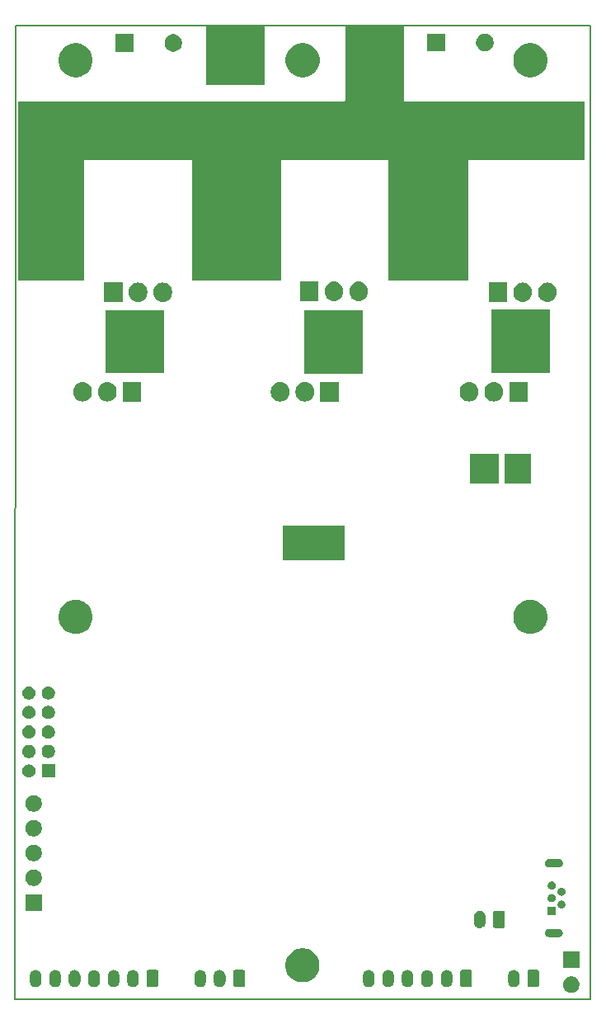
<source format=gbr>
G04 #@! TF.GenerationSoftware,KiCad,Pcbnew,(5.1.5)-3*
G04 #@! TF.CreationDate,2020-04-08T13:55:36-05:00*
G04 #@! TF.ProjectId,Cheap FOCer 2 60mm,43686561-7020-4464-9f43-657220322036,1*
G04 #@! TF.SameCoordinates,PX6979f40PYa1135a0*
G04 #@! TF.FileFunction,Soldermask,Bot*
G04 #@! TF.FilePolarity,Negative*
%FSLAX46Y46*%
G04 Gerber Fmt 4.6, Leading zero omitted, Abs format (unit mm)*
G04 Created by KiCad (PCBNEW (5.1.5)-3) date 2020-04-08 13:55:36*
%MOMM*%
%LPD*%
G04 APERTURE LIST*
%ADD10C,0.150000*%
G04 APERTURE END LIST*
D10*
X59100000Y99900000D02*
X25000Y99900000D01*
X0Y0D02*
X59100000Y0D01*
X25000Y99900000D02*
X0Y0D01*
X59100000Y0D02*
X59100000Y99900000D01*
G36*
X57347935Y2277336D02*
G01*
X57502624Y2213261D01*
X57502626Y2213260D01*
X57641844Y2120238D01*
X57760238Y2001844D01*
X57828842Y1899170D01*
X57853261Y1862624D01*
X57917336Y1707935D01*
X57950000Y1543719D01*
X57950000Y1376281D01*
X57917336Y1212065D01*
X57853261Y1057376D01*
X57853260Y1057374D01*
X57760238Y918156D01*
X57641844Y799762D01*
X57502626Y706740D01*
X57502625Y706739D01*
X57502624Y706739D01*
X57347935Y642664D01*
X57183719Y610000D01*
X57016281Y610000D01*
X56852065Y642664D01*
X56697376Y706739D01*
X56697375Y706739D01*
X56697374Y706740D01*
X56558156Y799762D01*
X56439762Y918156D01*
X56346740Y1057374D01*
X56346739Y1057376D01*
X56282664Y1212065D01*
X56250000Y1376281D01*
X56250000Y1543719D01*
X56282664Y1707935D01*
X56346739Y1862624D01*
X56371158Y1899170D01*
X56439762Y2001844D01*
X56558156Y2120238D01*
X56697374Y2213260D01*
X56697376Y2213261D01*
X56852065Y2277336D01*
X57016281Y2310000D01*
X57183719Y2310000D01*
X57347935Y2277336D01*
G37*
G36*
X2217621Y2966318D02*
G01*
X2330721Y2932010D01*
X2434955Y2876296D01*
X2526317Y2801317D01*
X2601296Y2709955D01*
X2657010Y2605721D01*
X2691318Y2492621D01*
X2700000Y2404474D01*
X2700000Y1795526D01*
X2691318Y1707379D01*
X2657010Y1594279D01*
X2601296Y1490045D01*
X2526317Y1398683D01*
X2434954Y1323704D01*
X2330720Y1267990D01*
X2217620Y1233682D01*
X2100000Y1222097D01*
X1982379Y1233682D01*
X1869279Y1267990D01*
X1765045Y1323704D01*
X1673683Y1398683D01*
X1598704Y1490046D01*
X1542990Y1594280D01*
X1508682Y1707380D01*
X1500000Y1795527D01*
X1500000Y2404474D01*
X1508682Y2492621D01*
X1542990Y2605721D01*
X1598705Y2709955D01*
X1673684Y2801317D01*
X1765046Y2876296D01*
X1869280Y2932010D01*
X1982380Y2966318D01*
X2100000Y2977903D01*
X2217621Y2966318D01*
G37*
G36*
X51317621Y2966318D02*
G01*
X51430721Y2932010D01*
X51534955Y2876296D01*
X51626317Y2801317D01*
X51701296Y2709955D01*
X51757010Y2605721D01*
X51791318Y2492621D01*
X51800000Y2404474D01*
X51800000Y1795526D01*
X51791318Y1707379D01*
X51757010Y1594279D01*
X51701296Y1490045D01*
X51626317Y1398683D01*
X51534954Y1323704D01*
X51430720Y1267990D01*
X51317620Y1233682D01*
X51200000Y1222097D01*
X51082379Y1233682D01*
X50969279Y1267990D01*
X50865045Y1323704D01*
X50773683Y1398683D01*
X50698704Y1490046D01*
X50642990Y1594280D01*
X50608682Y1707380D01*
X50600000Y1795527D01*
X50600000Y2404474D01*
X50608682Y2492621D01*
X50642990Y2605721D01*
X50698705Y2709955D01*
X50773684Y2801317D01*
X50865046Y2876296D01*
X50969280Y2932010D01*
X51082380Y2966318D01*
X51200000Y2977903D01*
X51317621Y2966318D01*
G37*
G36*
X36417621Y2966318D02*
G01*
X36530721Y2932010D01*
X36634955Y2876296D01*
X36726317Y2801317D01*
X36801296Y2709955D01*
X36857010Y2605721D01*
X36891318Y2492621D01*
X36900000Y2404474D01*
X36900000Y1795526D01*
X36891318Y1707379D01*
X36857010Y1594279D01*
X36801296Y1490045D01*
X36726317Y1398683D01*
X36634954Y1323704D01*
X36530720Y1267990D01*
X36417620Y1233682D01*
X36300000Y1222097D01*
X36182379Y1233682D01*
X36069279Y1267990D01*
X35965045Y1323704D01*
X35873683Y1398683D01*
X35798704Y1490046D01*
X35742990Y1594280D01*
X35708682Y1707380D01*
X35700000Y1795527D01*
X35700000Y2404474D01*
X35708682Y2492621D01*
X35742990Y2605721D01*
X35798705Y2709955D01*
X35873684Y2801317D01*
X35965046Y2876296D01*
X36069280Y2932010D01*
X36182380Y2966318D01*
X36300000Y2977903D01*
X36417621Y2966318D01*
G37*
G36*
X38417621Y2966318D02*
G01*
X38530721Y2932010D01*
X38634955Y2876296D01*
X38726317Y2801317D01*
X38801296Y2709955D01*
X38857010Y2605721D01*
X38891318Y2492621D01*
X38900000Y2404474D01*
X38900000Y1795526D01*
X38891318Y1707379D01*
X38857010Y1594279D01*
X38801296Y1490045D01*
X38726317Y1398683D01*
X38634954Y1323704D01*
X38530720Y1267990D01*
X38417620Y1233682D01*
X38300000Y1222097D01*
X38182379Y1233682D01*
X38069279Y1267990D01*
X37965045Y1323704D01*
X37873683Y1398683D01*
X37798704Y1490046D01*
X37742990Y1594280D01*
X37708682Y1707380D01*
X37700000Y1795527D01*
X37700000Y2404474D01*
X37708682Y2492621D01*
X37742990Y2605721D01*
X37798705Y2709955D01*
X37873684Y2801317D01*
X37965046Y2876296D01*
X38069280Y2932010D01*
X38182380Y2966318D01*
X38300000Y2977903D01*
X38417621Y2966318D01*
G37*
G36*
X40417621Y2966318D02*
G01*
X40530721Y2932010D01*
X40634955Y2876296D01*
X40726317Y2801317D01*
X40801296Y2709955D01*
X40857010Y2605721D01*
X40891318Y2492621D01*
X40900000Y2404474D01*
X40900000Y1795526D01*
X40891318Y1707379D01*
X40857010Y1594279D01*
X40801296Y1490045D01*
X40726317Y1398683D01*
X40634954Y1323704D01*
X40530720Y1267990D01*
X40417620Y1233682D01*
X40300000Y1222097D01*
X40182379Y1233682D01*
X40069279Y1267990D01*
X39965045Y1323704D01*
X39873683Y1398683D01*
X39798704Y1490046D01*
X39742990Y1594280D01*
X39708682Y1707380D01*
X39700000Y1795527D01*
X39700000Y2404474D01*
X39708682Y2492621D01*
X39742990Y2605721D01*
X39798705Y2709955D01*
X39873684Y2801317D01*
X39965046Y2876296D01*
X40069280Y2932010D01*
X40182380Y2966318D01*
X40300000Y2977903D01*
X40417621Y2966318D01*
G37*
G36*
X42417621Y2966318D02*
G01*
X42530721Y2932010D01*
X42634955Y2876296D01*
X42726317Y2801317D01*
X42801296Y2709955D01*
X42857010Y2605721D01*
X42891318Y2492621D01*
X42900000Y2404474D01*
X42900000Y1795526D01*
X42891318Y1707379D01*
X42857010Y1594279D01*
X42801296Y1490045D01*
X42726317Y1398683D01*
X42634954Y1323704D01*
X42530720Y1267990D01*
X42417620Y1233682D01*
X42300000Y1222097D01*
X42182379Y1233682D01*
X42069279Y1267990D01*
X41965045Y1323704D01*
X41873683Y1398683D01*
X41798704Y1490046D01*
X41742990Y1594280D01*
X41708682Y1707380D01*
X41700000Y1795527D01*
X41700000Y2404474D01*
X41708682Y2492621D01*
X41742990Y2605721D01*
X41798705Y2709955D01*
X41873684Y2801317D01*
X41965046Y2876296D01*
X42069280Y2932010D01*
X42182380Y2966318D01*
X42300000Y2977903D01*
X42417621Y2966318D01*
G37*
G36*
X44417621Y2966318D02*
G01*
X44530721Y2932010D01*
X44634955Y2876296D01*
X44726317Y2801317D01*
X44801296Y2709955D01*
X44857010Y2605721D01*
X44891318Y2492621D01*
X44900000Y2404474D01*
X44900000Y1795526D01*
X44891318Y1707379D01*
X44857010Y1594279D01*
X44801296Y1490045D01*
X44726317Y1398683D01*
X44634954Y1323704D01*
X44530720Y1267990D01*
X44417620Y1233682D01*
X44300000Y1222097D01*
X44182379Y1233682D01*
X44069279Y1267990D01*
X43965045Y1323704D01*
X43873683Y1398683D01*
X43798704Y1490046D01*
X43742990Y1594280D01*
X43708682Y1707380D01*
X43700000Y1795527D01*
X43700000Y2404474D01*
X43708682Y2492621D01*
X43742990Y2605721D01*
X43798705Y2709955D01*
X43873684Y2801317D01*
X43965046Y2876296D01*
X44069280Y2932010D01*
X44182380Y2966318D01*
X44300000Y2977903D01*
X44417621Y2966318D01*
G37*
G36*
X19117621Y2966318D02*
G01*
X19230721Y2932010D01*
X19334955Y2876296D01*
X19426317Y2801317D01*
X19501296Y2709955D01*
X19557010Y2605721D01*
X19591318Y2492621D01*
X19600000Y2404474D01*
X19600000Y1795526D01*
X19591318Y1707379D01*
X19557010Y1594279D01*
X19501296Y1490045D01*
X19426317Y1398683D01*
X19334954Y1323704D01*
X19230720Y1267990D01*
X19117620Y1233682D01*
X19000000Y1222097D01*
X18882379Y1233682D01*
X18769279Y1267990D01*
X18665045Y1323704D01*
X18573683Y1398683D01*
X18498704Y1490046D01*
X18442990Y1594280D01*
X18408682Y1707380D01*
X18400000Y1795527D01*
X18400000Y2404474D01*
X18408682Y2492621D01*
X18442990Y2605721D01*
X18498705Y2709955D01*
X18573684Y2801317D01*
X18665046Y2876296D01*
X18769280Y2932010D01*
X18882380Y2966318D01*
X19000000Y2977903D01*
X19117621Y2966318D01*
G37*
G36*
X21117621Y2966318D02*
G01*
X21230721Y2932010D01*
X21334955Y2876296D01*
X21426317Y2801317D01*
X21501296Y2709955D01*
X21557010Y2605721D01*
X21591318Y2492621D01*
X21600000Y2404474D01*
X21600000Y1795526D01*
X21591318Y1707379D01*
X21557010Y1594279D01*
X21501296Y1490045D01*
X21426317Y1398683D01*
X21334954Y1323704D01*
X21230720Y1267990D01*
X21117620Y1233682D01*
X21000000Y1222097D01*
X20882379Y1233682D01*
X20769279Y1267990D01*
X20665045Y1323704D01*
X20573683Y1398683D01*
X20498704Y1490046D01*
X20442990Y1594280D01*
X20408682Y1707380D01*
X20400000Y1795527D01*
X20400000Y2404474D01*
X20408682Y2492621D01*
X20442990Y2605721D01*
X20498705Y2709955D01*
X20573684Y2801317D01*
X20665046Y2876296D01*
X20769280Y2932010D01*
X20882380Y2966318D01*
X21000000Y2977903D01*
X21117621Y2966318D01*
G37*
G36*
X4217621Y2966318D02*
G01*
X4330721Y2932010D01*
X4434955Y2876296D01*
X4526317Y2801317D01*
X4601296Y2709955D01*
X4657010Y2605721D01*
X4691318Y2492621D01*
X4700000Y2404474D01*
X4700000Y1795526D01*
X4691318Y1707379D01*
X4657010Y1594279D01*
X4601296Y1490045D01*
X4526317Y1398683D01*
X4434954Y1323704D01*
X4330720Y1267990D01*
X4217620Y1233682D01*
X4100000Y1222097D01*
X3982379Y1233682D01*
X3869279Y1267990D01*
X3765045Y1323704D01*
X3673683Y1398683D01*
X3598704Y1490046D01*
X3542990Y1594280D01*
X3508682Y1707380D01*
X3500000Y1795527D01*
X3500000Y2404474D01*
X3508682Y2492621D01*
X3542990Y2605721D01*
X3598705Y2709955D01*
X3673684Y2801317D01*
X3765046Y2876296D01*
X3869280Y2932010D01*
X3982380Y2966318D01*
X4100000Y2977903D01*
X4217621Y2966318D01*
G37*
G36*
X6217621Y2966318D02*
G01*
X6330721Y2932010D01*
X6434955Y2876296D01*
X6526317Y2801317D01*
X6601296Y2709955D01*
X6657010Y2605721D01*
X6691318Y2492621D01*
X6700000Y2404474D01*
X6700000Y1795526D01*
X6691318Y1707379D01*
X6657010Y1594279D01*
X6601296Y1490045D01*
X6526317Y1398683D01*
X6434954Y1323704D01*
X6330720Y1267990D01*
X6217620Y1233682D01*
X6100000Y1222097D01*
X5982379Y1233682D01*
X5869279Y1267990D01*
X5765045Y1323704D01*
X5673683Y1398683D01*
X5598704Y1490046D01*
X5542990Y1594280D01*
X5508682Y1707380D01*
X5500000Y1795527D01*
X5500000Y2404474D01*
X5508682Y2492621D01*
X5542990Y2605721D01*
X5598705Y2709955D01*
X5673684Y2801317D01*
X5765046Y2876296D01*
X5869280Y2932010D01*
X5982380Y2966318D01*
X6100000Y2977903D01*
X6217621Y2966318D01*
G37*
G36*
X8217621Y2966318D02*
G01*
X8330721Y2932010D01*
X8434955Y2876296D01*
X8526317Y2801317D01*
X8601296Y2709955D01*
X8657010Y2605721D01*
X8691318Y2492621D01*
X8700000Y2404474D01*
X8700000Y1795526D01*
X8691318Y1707379D01*
X8657010Y1594279D01*
X8601296Y1490045D01*
X8526317Y1398683D01*
X8434954Y1323704D01*
X8330720Y1267990D01*
X8217620Y1233682D01*
X8100000Y1222097D01*
X7982379Y1233682D01*
X7869279Y1267990D01*
X7765045Y1323704D01*
X7673683Y1398683D01*
X7598704Y1490046D01*
X7542990Y1594280D01*
X7508682Y1707380D01*
X7500000Y1795527D01*
X7500000Y2404474D01*
X7508682Y2492621D01*
X7542990Y2605721D01*
X7598705Y2709955D01*
X7673684Y2801317D01*
X7765046Y2876296D01*
X7869280Y2932010D01*
X7982380Y2966318D01*
X8100000Y2977903D01*
X8217621Y2966318D01*
G37*
G36*
X10217621Y2966318D02*
G01*
X10330721Y2932010D01*
X10434955Y2876296D01*
X10526317Y2801317D01*
X10601296Y2709955D01*
X10657010Y2605721D01*
X10691318Y2492621D01*
X10700000Y2404474D01*
X10700000Y1795526D01*
X10691318Y1707379D01*
X10657010Y1594279D01*
X10601296Y1490045D01*
X10526317Y1398683D01*
X10434954Y1323704D01*
X10330720Y1267990D01*
X10217620Y1233682D01*
X10100000Y1222097D01*
X9982379Y1233682D01*
X9869279Y1267990D01*
X9765045Y1323704D01*
X9673683Y1398683D01*
X9598704Y1490046D01*
X9542990Y1594280D01*
X9508682Y1707380D01*
X9500000Y1795527D01*
X9500000Y2404474D01*
X9508682Y2492621D01*
X9542990Y2605721D01*
X9598705Y2709955D01*
X9673684Y2801317D01*
X9765046Y2876296D01*
X9869280Y2932010D01*
X9982380Y2966318D01*
X10100000Y2977903D01*
X10217621Y2966318D01*
G37*
G36*
X12217621Y2966318D02*
G01*
X12330721Y2932010D01*
X12434955Y2876296D01*
X12526317Y2801317D01*
X12601296Y2709955D01*
X12657010Y2605721D01*
X12691318Y2492621D01*
X12700000Y2404474D01*
X12700000Y1795526D01*
X12691318Y1707379D01*
X12657010Y1594279D01*
X12601296Y1490045D01*
X12526317Y1398683D01*
X12434954Y1323704D01*
X12330720Y1267990D01*
X12217620Y1233682D01*
X12100000Y1222097D01*
X11982379Y1233682D01*
X11869279Y1267990D01*
X11765045Y1323704D01*
X11673683Y1398683D01*
X11598704Y1490046D01*
X11542990Y1594280D01*
X11508682Y1707380D01*
X11500000Y1795527D01*
X11500000Y2404474D01*
X11508682Y2492621D01*
X11542990Y2605721D01*
X11598705Y2709955D01*
X11673684Y2801317D01*
X11765046Y2876296D01*
X11869280Y2932010D01*
X11982380Y2966318D01*
X12100000Y2977903D01*
X12217621Y2966318D01*
G37*
G36*
X23457345Y2971005D02*
G01*
X23490451Y2960962D01*
X23520964Y2944653D01*
X23547706Y2922706D01*
X23569653Y2895964D01*
X23585962Y2865451D01*
X23596005Y2832345D01*
X23600000Y2791779D01*
X23600000Y1408221D01*
X23596005Y1367655D01*
X23585962Y1334549D01*
X23569653Y1304036D01*
X23547706Y1277294D01*
X23520964Y1255347D01*
X23490451Y1239038D01*
X23457345Y1228995D01*
X23416779Y1225000D01*
X22583221Y1225000D01*
X22542655Y1228995D01*
X22509549Y1239038D01*
X22479036Y1255347D01*
X22452294Y1277294D01*
X22430347Y1304036D01*
X22414038Y1334549D01*
X22403995Y1367655D01*
X22400000Y1408221D01*
X22400000Y2791779D01*
X22403995Y2832345D01*
X22414038Y2865451D01*
X22430347Y2895964D01*
X22452294Y2922706D01*
X22479036Y2944653D01*
X22509549Y2960962D01*
X22542655Y2971005D01*
X22583221Y2975000D01*
X23416779Y2975000D01*
X23457345Y2971005D01*
G37*
G36*
X14557345Y2971005D02*
G01*
X14590451Y2960962D01*
X14620964Y2944653D01*
X14647706Y2922706D01*
X14669653Y2895964D01*
X14685962Y2865451D01*
X14696005Y2832345D01*
X14700000Y2791779D01*
X14700000Y1408221D01*
X14696005Y1367655D01*
X14685962Y1334549D01*
X14669653Y1304036D01*
X14647706Y1277294D01*
X14620964Y1255347D01*
X14590451Y1239038D01*
X14557345Y1228995D01*
X14516779Y1225000D01*
X13683221Y1225000D01*
X13642655Y1228995D01*
X13609549Y1239038D01*
X13579036Y1255347D01*
X13552294Y1277294D01*
X13530347Y1304036D01*
X13514038Y1334549D01*
X13503995Y1367655D01*
X13500000Y1408221D01*
X13500000Y2791779D01*
X13503995Y2832345D01*
X13514038Y2865451D01*
X13530347Y2895964D01*
X13552294Y2922706D01*
X13579036Y2944653D01*
X13609549Y2960962D01*
X13642655Y2971005D01*
X13683221Y2975000D01*
X14516779Y2975000D01*
X14557345Y2971005D01*
G37*
G36*
X46757345Y2971005D02*
G01*
X46790451Y2960962D01*
X46820964Y2944653D01*
X46847706Y2922706D01*
X46869653Y2895964D01*
X46885962Y2865451D01*
X46896005Y2832345D01*
X46900000Y2791779D01*
X46900000Y1408221D01*
X46896005Y1367655D01*
X46885962Y1334549D01*
X46869653Y1304036D01*
X46847706Y1277294D01*
X46820964Y1255347D01*
X46790451Y1239038D01*
X46757345Y1228995D01*
X46716779Y1225000D01*
X45883221Y1225000D01*
X45842655Y1228995D01*
X45809549Y1239038D01*
X45779036Y1255347D01*
X45752294Y1277294D01*
X45730347Y1304036D01*
X45714038Y1334549D01*
X45703995Y1367655D01*
X45700000Y1408221D01*
X45700000Y2791779D01*
X45703995Y2832345D01*
X45714038Y2865451D01*
X45730347Y2895964D01*
X45752294Y2922706D01*
X45779036Y2944653D01*
X45809549Y2960962D01*
X45842655Y2971005D01*
X45883221Y2975000D01*
X46716779Y2975000D01*
X46757345Y2971005D01*
G37*
G36*
X53657345Y2971005D02*
G01*
X53690451Y2960962D01*
X53720964Y2944653D01*
X53747706Y2922706D01*
X53769653Y2895964D01*
X53785962Y2865451D01*
X53796005Y2832345D01*
X53800000Y2791779D01*
X53800000Y1408221D01*
X53796005Y1367655D01*
X53785962Y1334549D01*
X53769653Y1304036D01*
X53747706Y1277294D01*
X53720964Y1255347D01*
X53690451Y1239038D01*
X53657345Y1228995D01*
X53616779Y1225000D01*
X52783221Y1225000D01*
X52742655Y1228995D01*
X52709549Y1239038D01*
X52679036Y1255347D01*
X52652294Y1277294D01*
X52630347Y1304036D01*
X52614038Y1334549D01*
X52603995Y1367655D01*
X52600000Y1408221D01*
X52600000Y2791779D01*
X52603995Y2832345D01*
X52614038Y2865451D01*
X52630347Y2895964D01*
X52652294Y2922706D01*
X52679036Y2944653D01*
X52709549Y2960962D01*
X52742655Y2971005D01*
X52783221Y2975000D01*
X53616779Y2975000D01*
X53657345Y2971005D01*
G37*
G36*
X29841408Y5166374D02*
G01*
X30010456Y5132749D01*
X30328936Y5000830D01*
X30615560Y4809314D01*
X30859314Y4565560D01*
X31050830Y4278936D01*
X31182749Y3960456D01*
X31250000Y3622360D01*
X31250000Y3277640D01*
X31182749Y2939544D01*
X31050830Y2621064D01*
X30859314Y2334440D01*
X30615560Y2090686D01*
X30328936Y1899170D01*
X30010456Y1767251D01*
X29841408Y1733626D01*
X29672361Y1700000D01*
X29327639Y1700000D01*
X29158592Y1733626D01*
X28989544Y1767251D01*
X28671064Y1899170D01*
X28384440Y2090686D01*
X28140686Y2334440D01*
X27949170Y2621064D01*
X27817251Y2939544D01*
X27750000Y3277640D01*
X27750000Y3622360D01*
X27817251Y3960456D01*
X27949170Y4278936D01*
X28140686Y4565560D01*
X28384440Y4809314D01*
X28671064Y5000830D01*
X28989544Y5132749D01*
X29158592Y5166374D01*
X29327639Y5200000D01*
X29672361Y5200000D01*
X29841408Y5166374D01*
G37*
G36*
X57950000Y3150000D02*
G01*
X56250000Y3150000D01*
X56250000Y4850000D01*
X57950000Y4850000D01*
X57950000Y3150000D01*
G37*
G36*
X55903316Y7193851D02*
G01*
X55983427Y7169549D01*
X56052492Y7132632D01*
X56057260Y7130084D01*
X56074117Y7116250D01*
X56121975Y7076975D01*
X56161250Y7029117D01*
X56175084Y7012260D01*
X56175085Y7012258D01*
X56214549Y6938427D01*
X56238851Y6858316D01*
X56247056Y6775000D01*
X56238851Y6691684D01*
X56214549Y6611573D01*
X56177632Y6542508D01*
X56175084Y6537740D01*
X56161250Y6520883D01*
X56121975Y6473025D01*
X56074117Y6433750D01*
X56057260Y6419916D01*
X56057258Y6419915D01*
X55983427Y6380451D01*
X55903316Y6356149D01*
X55840878Y6350000D01*
X54799122Y6350000D01*
X54736684Y6356149D01*
X54656573Y6380451D01*
X54582742Y6419915D01*
X54582740Y6419916D01*
X54565883Y6433750D01*
X54518025Y6473025D01*
X54478750Y6520883D01*
X54464916Y6537740D01*
X54462368Y6542508D01*
X54425451Y6611573D01*
X54401149Y6691684D01*
X54392944Y6775000D01*
X54401149Y6858316D01*
X54425451Y6938427D01*
X54464915Y7012258D01*
X54464916Y7012260D01*
X54478750Y7029117D01*
X54518025Y7076975D01*
X54565883Y7116250D01*
X54582740Y7130084D01*
X54587508Y7132632D01*
X54656573Y7169549D01*
X54736684Y7193851D01*
X54799122Y7200000D01*
X55840878Y7200000D01*
X55903316Y7193851D01*
G37*
G36*
X47817621Y9016318D02*
G01*
X47930721Y8982010D01*
X48034955Y8926296D01*
X48126317Y8851317D01*
X48201296Y8759955D01*
X48257010Y8655721D01*
X48291318Y8542621D01*
X48300000Y8454474D01*
X48300000Y7845526D01*
X48291318Y7757379D01*
X48257010Y7644279D01*
X48201296Y7540045D01*
X48126317Y7448683D01*
X48034954Y7373704D01*
X47930720Y7317990D01*
X47817620Y7283682D01*
X47700000Y7272097D01*
X47582379Y7283682D01*
X47469279Y7317990D01*
X47365045Y7373704D01*
X47273683Y7448683D01*
X47198704Y7540046D01*
X47142990Y7644280D01*
X47108682Y7757380D01*
X47100000Y7845527D01*
X47100000Y8454474D01*
X47108682Y8542621D01*
X47142990Y8655721D01*
X47198705Y8759955D01*
X47273684Y8851317D01*
X47365046Y8926296D01*
X47469280Y8982010D01*
X47582380Y9016318D01*
X47700000Y9027903D01*
X47817621Y9016318D01*
G37*
G36*
X50157345Y9021005D02*
G01*
X50190451Y9010962D01*
X50220964Y8994653D01*
X50247706Y8972706D01*
X50269653Y8945964D01*
X50285962Y8915451D01*
X50296005Y8882345D01*
X50300000Y8841779D01*
X50300000Y7458221D01*
X50296005Y7417655D01*
X50285962Y7384549D01*
X50269653Y7354036D01*
X50247706Y7327294D01*
X50220964Y7305347D01*
X50190451Y7289038D01*
X50157345Y7278995D01*
X50116779Y7275000D01*
X49283221Y7275000D01*
X49242655Y7278995D01*
X49209549Y7289038D01*
X49179036Y7305347D01*
X49152294Y7327294D01*
X49130347Y7354036D01*
X49114038Y7384549D01*
X49103995Y7417655D01*
X49100000Y7458221D01*
X49100000Y8841779D01*
X49103995Y8882345D01*
X49114038Y8915451D01*
X49130347Y8945964D01*
X49152294Y8972706D01*
X49179036Y8994653D01*
X49209549Y9010962D01*
X49242655Y9021005D01*
X49283221Y9025000D01*
X50116779Y9025000D01*
X50157345Y9021005D01*
G37*
G36*
X55541066Y9469431D02*
G01*
X55529515Y9447820D01*
X55522402Y9424371D01*
X55520000Y9399985D01*
X55520000Y8630000D01*
X54680000Y8630000D01*
X54680000Y9470000D01*
X55541533Y9470000D01*
X55541066Y9469431D01*
G37*
G36*
X2750000Y9050000D02*
G01*
X1050000Y9050000D01*
X1050000Y10750000D01*
X2750000Y10750000D01*
X2750000Y9050000D01*
G37*
G36*
X56222509Y10103860D02*
G01*
X56298943Y10072200D01*
X56298945Y10072199D01*
X56333573Y10049061D01*
X56367733Y10026236D01*
X56426236Y9967733D01*
X56472200Y9898943D01*
X56503860Y9822509D01*
X56520000Y9741368D01*
X56520000Y9658632D01*
X56503860Y9577491D01*
X56473385Y9503918D01*
X56472199Y9501055D01*
X56426235Y9432266D01*
X56367734Y9373765D01*
X56298945Y9327801D01*
X56298944Y9327800D01*
X56298943Y9327800D01*
X56222509Y9296140D01*
X56141368Y9280000D01*
X56058632Y9280000D01*
X55977491Y9296140D01*
X55901057Y9327800D01*
X55901056Y9327800D01*
X55901055Y9327801D01*
X55832266Y9373765D01*
X55773765Y9432266D01*
X55748931Y9469432D01*
X55733387Y9488373D01*
X55714445Y9503918D01*
X55692834Y9515469D01*
X55669385Y9522582D01*
X55666905Y9522826D01*
X55669143Y9525553D01*
X55680694Y9547164D01*
X55687807Y9570613D01*
X55690209Y9594999D01*
X55687807Y9619386D01*
X55680000Y9658634D01*
X55680000Y9741368D01*
X55696140Y9822509D01*
X55727800Y9898943D01*
X55773764Y9967733D01*
X55832267Y10026236D01*
X55866427Y10049061D01*
X55901055Y10072199D01*
X55901057Y10072200D01*
X55977491Y10103860D01*
X56058632Y10120000D01*
X56141368Y10120000D01*
X56222509Y10103860D01*
G37*
G36*
X55222509Y10753860D02*
G01*
X55298943Y10722200D01*
X55298945Y10722199D01*
X55333573Y10699061D01*
X55367733Y10676236D01*
X55426236Y10617733D01*
X55472200Y10548943D01*
X55503860Y10472509D01*
X55520000Y10391368D01*
X55520000Y10308632D01*
X55503860Y10227491D01*
X55472200Y10151057D01*
X55472199Y10151055D01*
X55426235Y10082266D01*
X55367734Y10023765D01*
X55298945Y9977801D01*
X55298944Y9977800D01*
X55298943Y9977800D01*
X55222509Y9946140D01*
X55141368Y9930000D01*
X55058632Y9930000D01*
X54977491Y9946140D01*
X54901057Y9977800D01*
X54901056Y9977800D01*
X54901055Y9977801D01*
X54832266Y10023765D01*
X54773765Y10082266D01*
X54727801Y10151055D01*
X54727800Y10151057D01*
X54696140Y10227491D01*
X54680000Y10308632D01*
X54680000Y10391368D01*
X54696140Y10472509D01*
X54727800Y10548943D01*
X54773764Y10617733D01*
X54832267Y10676236D01*
X54866427Y10699061D01*
X54901055Y10722199D01*
X54901057Y10722200D01*
X54977491Y10753860D01*
X55058632Y10770000D01*
X55141368Y10770000D01*
X55222509Y10753860D01*
G37*
G36*
X56222509Y11403860D02*
G01*
X56298943Y11372200D01*
X56298945Y11372199D01*
X56333573Y11349061D01*
X56367733Y11326236D01*
X56426236Y11267733D01*
X56472200Y11198943D01*
X56503860Y11122509D01*
X56520000Y11041368D01*
X56520000Y10958632D01*
X56503860Y10877491D01*
X56472200Y10801057D01*
X56472199Y10801055D01*
X56426235Y10732266D01*
X56367734Y10673765D01*
X56298945Y10627801D01*
X56298944Y10627800D01*
X56298943Y10627800D01*
X56222509Y10596140D01*
X56141368Y10580000D01*
X56058632Y10580000D01*
X55977491Y10596140D01*
X55901057Y10627800D01*
X55901056Y10627800D01*
X55901055Y10627801D01*
X55832266Y10673765D01*
X55773765Y10732266D01*
X55727801Y10801055D01*
X55727800Y10801057D01*
X55696140Y10877491D01*
X55680000Y10958632D01*
X55680000Y11041368D01*
X55696140Y11122509D01*
X55727800Y11198943D01*
X55773764Y11267733D01*
X55832267Y11326236D01*
X55866427Y11349061D01*
X55901055Y11372199D01*
X55901057Y11372200D01*
X55977491Y11403860D01*
X56058632Y11420000D01*
X56141368Y11420000D01*
X56222509Y11403860D01*
G37*
G36*
X55222509Y12053860D02*
G01*
X55298943Y12022200D01*
X55298945Y12022199D01*
X55333573Y11999061D01*
X55367733Y11976236D01*
X55426236Y11917733D01*
X55472200Y11848943D01*
X55503860Y11772509D01*
X55520000Y11691368D01*
X55520000Y11608632D01*
X55503860Y11527491D01*
X55472200Y11451057D01*
X55472199Y11451055D01*
X55426235Y11382266D01*
X55367734Y11323765D01*
X55298945Y11277801D01*
X55298944Y11277800D01*
X55298943Y11277800D01*
X55222509Y11246140D01*
X55141368Y11230000D01*
X55058632Y11230000D01*
X54977491Y11246140D01*
X54901057Y11277800D01*
X54901056Y11277800D01*
X54901055Y11277801D01*
X54832266Y11323765D01*
X54773765Y11382266D01*
X54727801Y11451055D01*
X54727800Y11451057D01*
X54696140Y11527491D01*
X54680000Y11608632D01*
X54680000Y11691368D01*
X54696140Y11772509D01*
X54727800Y11848943D01*
X54773764Y11917733D01*
X54832267Y11976236D01*
X54866427Y11999061D01*
X54901055Y12022199D01*
X54901057Y12022200D01*
X54977491Y12053860D01*
X55058632Y12070000D01*
X55141368Y12070000D01*
X55222509Y12053860D01*
G37*
G36*
X2147935Y13257336D02*
G01*
X2302624Y13193261D01*
X2302626Y13193260D01*
X2441844Y13100238D01*
X2560238Y12981844D01*
X2653260Y12842626D01*
X2653261Y12842624D01*
X2717336Y12687935D01*
X2750000Y12523719D01*
X2750000Y12356281D01*
X2717336Y12192065D01*
X2653261Y12037376D01*
X2653260Y12037374D01*
X2560238Y11898156D01*
X2441844Y11779762D01*
X2302626Y11686740D01*
X2302625Y11686739D01*
X2302624Y11686739D01*
X2147935Y11622664D01*
X1983719Y11590000D01*
X1816281Y11590000D01*
X1652065Y11622664D01*
X1497376Y11686739D01*
X1497375Y11686739D01*
X1497374Y11686740D01*
X1358156Y11779762D01*
X1239762Y11898156D01*
X1146740Y12037374D01*
X1146739Y12037376D01*
X1082664Y12192065D01*
X1050000Y12356281D01*
X1050000Y12523719D01*
X1082664Y12687935D01*
X1146739Y12842624D01*
X1146740Y12842626D01*
X1239762Y12981844D01*
X1358156Y13100238D01*
X1497374Y13193260D01*
X1497376Y13193261D01*
X1652065Y13257336D01*
X1816281Y13290000D01*
X1983719Y13290000D01*
X2147935Y13257336D01*
G37*
G36*
X55903316Y14343851D02*
G01*
X55983427Y14319549D01*
X56052492Y14282632D01*
X56057260Y14280084D01*
X56074117Y14266250D01*
X56121975Y14226975D01*
X56161250Y14179117D01*
X56175084Y14162260D01*
X56175085Y14162258D01*
X56214549Y14088427D01*
X56238851Y14008316D01*
X56247056Y13925000D01*
X56238851Y13841684D01*
X56214549Y13761573D01*
X56177632Y13692508D01*
X56175084Y13687740D01*
X56161250Y13670883D01*
X56121975Y13623025D01*
X56074117Y13583750D01*
X56057260Y13569916D01*
X56057258Y13569915D01*
X55983427Y13530451D01*
X55903316Y13506149D01*
X55840878Y13500000D01*
X54799122Y13500000D01*
X54736684Y13506149D01*
X54656573Y13530451D01*
X54582742Y13569915D01*
X54582740Y13569916D01*
X54565883Y13583750D01*
X54518025Y13623025D01*
X54478750Y13670883D01*
X54464916Y13687740D01*
X54462368Y13692508D01*
X54425451Y13761573D01*
X54401149Y13841684D01*
X54392944Y13925000D01*
X54401149Y14008316D01*
X54425451Y14088427D01*
X54464915Y14162258D01*
X54464916Y14162260D01*
X54478750Y14179117D01*
X54518025Y14226975D01*
X54565883Y14266250D01*
X54582740Y14280084D01*
X54587508Y14282632D01*
X54656573Y14319549D01*
X54736684Y14343851D01*
X54799122Y14350000D01*
X55840878Y14350000D01*
X55903316Y14343851D01*
G37*
G36*
X2147935Y15797336D02*
G01*
X2302624Y15733261D01*
X2302626Y15733260D01*
X2441844Y15640238D01*
X2560238Y15521844D01*
X2653260Y15382626D01*
X2653261Y15382624D01*
X2717336Y15227935D01*
X2750000Y15063719D01*
X2750000Y14896281D01*
X2717336Y14732065D01*
X2653261Y14577376D01*
X2653260Y14577374D01*
X2560238Y14438156D01*
X2441844Y14319762D01*
X2302626Y14226740D01*
X2302625Y14226739D01*
X2302624Y14226739D01*
X2147935Y14162664D01*
X1983719Y14130000D01*
X1816281Y14130000D01*
X1652065Y14162664D01*
X1497376Y14226739D01*
X1497375Y14226739D01*
X1497374Y14226740D01*
X1358156Y14319762D01*
X1239762Y14438156D01*
X1146740Y14577374D01*
X1146739Y14577376D01*
X1082664Y14732065D01*
X1050000Y14896281D01*
X1050000Y15063719D01*
X1082664Y15227935D01*
X1146739Y15382624D01*
X1146740Y15382626D01*
X1239762Y15521844D01*
X1358156Y15640238D01*
X1497374Y15733260D01*
X1497376Y15733261D01*
X1652065Y15797336D01*
X1816281Y15830000D01*
X1983719Y15830000D01*
X2147935Y15797336D01*
G37*
G36*
X2147935Y18337336D02*
G01*
X2302624Y18273261D01*
X2302626Y18273260D01*
X2441844Y18180238D01*
X2560238Y18061844D01*
X2653260Y17922626D01*
X2653261Y17922624D01*
X2717336Y17767935D01*
X2750000Y17603719D01*
X2750000Y17436281D01*
X2717336Y17272065D01*
X2653261Y17117376D01*
X2653260Y17117374D01*
X2560238Y16978156D01*
X2441844Y16859762D01*
X2302626Y16766740D01*
X2302625Y16766739D01*
X2302624Y16766739D01*
X2147935Y16702664D01*
X1983719Y16670000D01*
X1816281Y16670000D01*
X1652065Y16702664D01*
X1497376Y16766739D01*
X1497375Y16766739D01*
X1497374Y16766740D01*
X1358156Y16859762D01*
X1239762Y16978156D01*
X1146740Y17117374D01*
X1146739Y17117376D01*
X1082664Y17272065D01*
X1050000Y17436281D01*
X1050000Y17603719D01*
X1082664Y17767935D01*
X1146739Y17922624D01*
X1146740Y17922626D01*
X1239762Y18061844D01*
X1358156Y18180238D01*
X1497374Y18273260D01*
X1497376Y18273261D01*
X1652065Y18337336D01*
X1816281Y18370000D01*
X1983719Y18370000D01*
X2147935Y18337336D01*
G37*
G36*
X2147935Y20877336D02*
G01*
X2302624Y20813261D01*
X2302626Y20813260D01*
X2441844Y20720238D01*
X2560238Y20601844D01*
X2653260Y20462626D01*
X2653261Y20462624D01*
X2717336Y20307935D01*
X2750000Y20143719D01*
X2750000Y19976281D01*
X2717336Y19812065D01*
X2653261Y19657376D01*
X2653260Y19657374D01*
X2560238Y19518156D01*
X2441844Y19399762D01*
X2302626Y19306740D01*
X2302625Y19306739D01*
X2302624Y19306739D01*
X2147935Y19242664D01*
X1983719Y19210000D01*
X1816281Y19210000D01*
X1652065Y19242664D01*
X1497376Y19306739D01*
X1497375Y19306739D01*
X1497374Y19306740D01*
X1358156Y19399762D01*
X1239762Y19518156D01*
X1146740Y19657374D01*
X1146739Y19657376D01*
X1082664Y19812065D01*
X1050000Y19976281D01*
X1050000Y20143719D01*
X1082664Y20307935D01*
X1146739Y20462624D01*
X1146740Y20462626D01*
X1239762Y20601844D01*
X1358156Y20720238D01*
X1497374Y20813260D01*
X1497376Y20813261D01*
X1652065Y20877336D01*
X1816281Y20910000D01*
X1983719Y20910000D01*
X2147935Y20877336D01*
G37*
G36*
X4075000Y22725000D02*
G01*
X2725000Y22725000D01*
X2725000Y24075000D01*
X4075000Y24075000D01*
X4075000Y22725000D01*
G37*
G36*
X1596889Y24049061D02*
G01*
X1719731Y23998178D01*
X1830287Y23924307D01*
X1924307Y23830287D01*
X1998178Y23719731D01*
X2049061Y23596889D01*
X2075000Y23466483D01*
X2075000Y23333517D01*
X2049061Y23203111D01*
X1998178Y23080269D01*
X1924307Y22969713D01*
X1830287Y22875693D01*
X1719731Y22801822D01*
X1596889Y22750939D01*
X1466483Y22725000D01*
X1333517Y22725000D01*
X1203111Y22750939D01*
X1080269Y22801822D01*
X969713Y22875693D01*
X875693Y22969713D01*
X801822Y23080269D01*
X750939Y23203111D01*
X725000Y23333517D01*
X725000Y23466483D01*
X750939Y23596889D01*
X801822Y23719731D01*
X875693Y23830287D01*
X969713Y23924307D01*
X1080269Y23998178D01*
X1203111Y24049061D01*
X1333517Y24075000D01*
X1466483Y24075000D01*
X1596889Y24049061D01*
G37*
G36*
X3596889Y26049061D02*
G01*
X3719731Y25998178D01*
X3830287Y25924307D01*
X3924307Y25830287D01*
X3998178Y25719731D01*
X4049061Y25596889D01*
X4075000Y25466483D01*
X4075000Y25333517D01*
X4049061Y25203111D01*
X3998178Y25080269D01*
X3924307Y24969713D01*
X3830287Y24875693D01*
X3719731Y24801822D01*
X3596889Y24750939D01*
X3466483Y24725000D01*
X3333517Y24725000D01*
X3203111Y24750939D01*
X3080269Y24801822D01*
X2969713Y24875693D01*
X2875693Y24969713D01*
X2801822Y25080269D01*
X2750939Y25203111D01*
X2725000Y25333517D01*
X2725000Y25466483D01*
X2750939Y25596889D01*
X2801822Y25719731D01*
X2875693Y25830287D01*
X2969713Y25924307D01*
X3080269Y25998178D01*
X3203111Y26049061D01*
X3333517Y26075000D01*
X3466483Y26075000D01*
X3596889Y26049061D01*
G37*
G36*
X1596889Y26049061D02*
G01*
X1719731Y25998178D01*
X1830287Y25924307D01*
X1924307Y25830287D01*
X1998178Y25719731D01*
X2049061Y25596889D01*
X2075000Y25466483D01*
X2075000Y25333517D01*
X2049061Y25203111D01*
X1998178Y25080269D01*
X1924307Y24969713D01*
X1830287Y24875693D01*
X1719731Y24801822D01*
X1596889Y24750939D01*
X1466483Y24725000D01*
X1333517Y24725000D01*
X1203111Y24750939D01*
X1080269Y24801822D01*
X969713Y24875693D01*
X875693Y24969713D01*
X801822Y25080269D01*
X750939Y25203111D01*
X725000Y25333517D01*
X725000Y25466483D01*
X750939Y25596889D01*
X801822Y25719731D01*
X875693Y25830287D01*
X969713Y25924307D01*
X1080269Y25998178D01*
X1203111Y26049061D01*
X1333517Y26075000D01*
X1466483Y26075000D01*
X1596889Y26049061D01*
G37*
G36*
X1596889Y28049061D02*
G01*
X1719731Y27998178D01*
X1830287Y27924307D01*
X1924307Y27830287D01*
X1998178Y27719731D01*
X2049061Y27596889D01*
X2075000Y27466483D01*
X2075000Y27333517D01*
X2049061Y27203111D01*
X1998178Y27080269D01*
X1924307Y26969713D01*
X1830287Y26875693D01*
X1719731Y26801822D01*
X1596889Y26750939D01*
X1466483Y26725000D01*
X1333517Y26725000D01*
X1203111Y26750939D01*
X1080269Y26801822D01*
X969713Y26875693D01*
X875693Y26969713D01*
X801822Y27080269D01*
X750939Y27203111D01*
X725000Y27333517D01*
X725000Y27466483D01*
X750939Y27596889D01*
X801822Y27719731D01*
X875693Y27830287D01*
X969713Y27924307D01*
X1080269Y27998178D01*
X1203111Y28049061D01*
X1333517Y28075000D01*
X1466483Y28075000D01*
X1596889Y28049061D01*
G37*
G36*
X3596889Y28049061D02*
G01*
X3719731Y27998178D01*
X3830287Y27924307D01*
X3924307Y27830287D01*
X3998178Y27719731D01*
X4049061Y27596889D01*
X4075000Y27466483D01*
X4075000Y27333517D01*
X4049061Y27203111D01*
X3998178Y27080269D01*
X3924307Y26969713D01*
X3830287Y26875693D01*
X3719731Y26801822D01*
X3596889Y26750939D01*
X3466483Y26725000D01*
X3333517Y26725000D01*
X3203111Y26750939D01*
X3080269Y26801822D01*
X2969713Y26875693D01*
X2875693Y26969713D01*
X2801822Y27080269D01*
X2750939Y27203111D01*
X2725000Y27333517D01*
X2725000Y27466483D01*
X2750939Y27596889D01*
X2801822Y27719731D01*
X2875693Y27830287D01*
X2969713Y27924307D01*
X3080269Y27998178D01*
X3203111Y28049061D01*
X3333517Y28075000D01*
X3466483Y28075000D01*
X3596889Y28049061D01*
G37*
G36*
X1596889Y30049061D02*
G01*
X1719731Y29998178D01*
X1830287Y29924307D01*
X1924307Y29830287D01*
X1998178Y29719731D01*
X2049061Y29596889D01*
X2075000Y29466483D01*
X2075000Y29333517D01*
X2049061Y29203111D01*
X1998178Y29080269D01*
X1924307Y28969713D01*
X1830287Y28875693D01*
X1719731Y28801822D01*
X1596889Y28750939D01*
X1466483Y28725000D01*
X1333517Y28725000D01*
X1203111Y28750939D01*
X1080269Y28801822D01*
X969713Y28875693D01*
X875693Y28969713D01*
X801822Y29080269D01*
X750939Y29203111D01*
X725000Y29333517D01*
X725000Y29466483D01*
X750939Y29596889D01*
X801822Y29719731D01*
X875693Y29830287D01*
X969713Y29924307D01*
X1080269Y29998178D01*
X1203111Y30049061D01*
X1333517Y30075000D01*
X1466483Y30075000D01*
X1596889Y30049061D01*
G37*
G36*
X3596889Y30049061D02*
G01*
X3719731Y29998178D01*
X3830287Y29924307D01*
X3924307Y29830287D01*
X3998178Y29719731D01*
X4049061Y29596889D01*
X4075000Y29466483D01*
X4075000Y29333517D01*
X4049061Y29203111D01*
X3998178Y29080269D01*
X3924307Y28969713D01*
X3830287Y28875693D01*
X3719731Y28801822D01*
X3596889Y28750939D01*
X3466483Y28725000D01*
X3333517Y28725000D01*
X3203111Y28750939D01*
X3080269Y28801822D01*
X2969713Y28875693D01*
X2875693Y28969713D01*
X2801822Y29080269D01*
X2750939Y29203111D01*
X2725000Y29333517D01*
X2725000Y29466483D01*
X2750939Y29596889D01*
X2801822Y29719731D01*
X2875693Y29830287D01*
X2969713Y29924307D01*
X3080269Y29998178D01*
X3203111Y30049061D01*
X3333517Y30075000D01*
X3466483Y30075000D01*
X3596889Y30049061D01*
G37*
G36*
X3596889Y32049061D02*
G01*
X3719731Y31998178D01*
X3830287Y31924307D01*
X3924307Y31830287D01*
X3998178Y31719731D01*
X4049061Y31596889D01*
X4075000Y31466483D01*
X4075000Y31333517D01*
X4049061Y31203111D01*
X3998178Y31080269D01*
X3924307Y30969713D01*
X3830287Y30875693D01*
X3719731Y30801822D01*
X3596889Y30750939D01*
X3466483Y30725000D01*
X3333517Y30725000D01*
X3203111Y30750939D01*
X3080269Y30801822D01*
X2969713Y30875693D01*
X2875693Y30969713D01*
X2801822Y31080269D01*
X2750939Y31203111D01*
X2725000Y31333517D01*
X2725000Y31466483D01*
X2750939Y31596889D01*
X2801822Y31719731D01*
X2875693Y31830287D01*
X2969713Y31924307D01*
X3080269Y31998178D01*
X3203111Y32049061D01*
X3333517Y32075000D01*
X3466483Y32075000D01*
X3596889Y32049061D01*
G37*
G36*
X1596889Y32049061D02*
G01*
X1719731Y31998178D01*
X1830287Y31924307D01*
X1924307Y31830287D01*
X1998178Y31719731D01*
X2049061Y31596889D01*
X2075000Y31466483D01*
X2075000Y31333517D01*
X2049061Y31203111D01*
X1998178Y31080269D01*
X1924307Y30969713D01*
X1830287Y30875693D01*
X1719731Y30801822D01*
X1596889Y30750939D01*
X1466483Y30725000D01*
X1333517Y30725000D01*
X1203111Y30750939D01*
X1080269Y30801822D01*
X969713Y30875693D01*
X875693Y30969713D01*
X801822Y31080269D01*
X750939Y31203111D01*
X725000Y31333517D01*
X725000Y31466483D01*
X750939Y31596889D01*
X801822Y31719731D01*
X875693Y31830287D01*
X969713Y31924307D01*
X1080269Y31998178D01*
X1203111Y32049061D01*
X1333517Y32075000D01*
X1466483Y32075000D01*
X1596889Y32049061D01*
G37*
G36*
X6541408Y40916375D02*
G01*
X6710456Y40882749D01*
X7028936Y40750830D01*
X7315560Y40559314D01*
X7559314Y40315560D01*
X7750830Y40028936D01*
X7882749Y39710456D01*
X7950000Y39372360D01*
X7950000Y39027640D01*
X7882749Y38689544D01*
X7750830Y38371064D01*
X7559314Y38084440D01*
X7315560Y37840686D01*
X7028936Y37649170D01*
X6710456Y37517251D01*
X6541408Y37483626D01*
X6372361Y37450000D01*
X6027639Y37450000D01*
X5858592Y37483626D01*
X5689544Y37517251D01*
X5371064Y37649170D01*
X5084440Y37840686D01*
X4840686Y38084440D01*
X4649170Y38371064D01*
X4517251Y38689544D01*
X4450000Y39027640D01*
X4450000Y39372360D01*
X4517251Y39710456D01*
X4649170Y40028936D01*
X4840686Y40315560D01*
X5084440Y40559314D01*
X5371064Y40750830D01*
X5689544Y40882749D01*
X5858592Y40916375D01*
X6027639Y40950000D01*
X6372361Y40950000D01*
X6541408Y40916375D01*
G37*
G36*
X53241408Y40916375D02*
G01*
X53410456Y40882749D01*
X53728936Y40750830D01*
X54015560Y40559314D01*
X54259314Y40315560D01*
X54450830Y40028936D01*
X54582749Y39710456D01*
X54650000Y39372360D01*
X54650000Y39027640D01*
X54582749Y38689544D01*
X54450830Y38371064D01*
X54259314Y38084440D01*
X54015560Y37840686D01*
X53728936Y37649170D01*
X53410456Y37517251D01*
X53241408Y37483626D01*
X53072361Y37450000D01*
X52727639Y37450000D01*
X52558592Y37483626D01*
X52389544Y37517251D01*
X52071064Y37649170D01*
X51784440Y37840686D01*
X51540686Y38084440D01*
X51349170Y38371064D01*
X51217251Y38689544D01*
X51150000Y39027640D01*
X51150000Y39372360D01*
X51217251Y39710456D01*
X51349170Y40028936D01*
X51540686Y40315560D01*
X51784440Y40559314D01*
X52071064Y40750830D01*
X52389544Y40882749D01*
X52558592Y40916375D01*
X52727639Y40950000D01*
X53072361Y40950000D01*
X53241408Y40916375D01*
G37*
G36*
X33800000Y45000000D02*
G01*
X27500000Y45000000D01*
X27500000Y48600000D01*
X33800000Y48600000D01*
X33800000Y45000000D01*
G37*
G36*
X49700001Y52899999D02*
G01*
X46700000Y52899999D01*
X46700000Y55900000D01*
X49700000Y55900000D01*
X49700001Y52899999D01*
G37*
G36*
X53000000Y52900000D02*
G01*
X50299999Y52900000D01*
X50300001Y55899999D01*
X51650001Y55899999D01*
X52993859Y55900000D01*
X53000000Y55900000D01*
X53000000Y52900000D01*
G37*
G36*
X29926724Y63286218D02*
G01*
X30106269Y63231753D01*
X30271741Y63143307D01*
X30416778Y63024278D01*
X30535804Y62879244D01*
X30624254Y62713764D01*
X30678718Y62534223D01*
X30692500Y62394288D01*
X30692500Y62205711D01*
X30678718Y62065776D01*
X30624253Y61886231D01*
X30535807Y61720759D01*
X30416778Y61575722D01*
X30271744Y61456696D01*
X30271742Y61456695D01*
X30271741Y61456694D01*
X30106268Y61368248D01*
X30106264Y61368246D01*
X29926723Y61313782D01*
X29740000Y61295392D01*
X29553276Y61313782D01*
X29373731Y61368247D01*
X29208259Y61456693D01*
X29063222Y61575722D01*
X28944196Y61720756D01*
X28855746Y61886236D01*
X28801282Y62065777D01*
X28787500Y62205712D01*
X28787500Y62394289D01*
X28801282Y62534224D01*
X28855747Y62713769D01*
X28944193Y62879241D01*
X29009569Y62958902D01*
X29063222Y63024278D01*
X29208259Y63143306D01*
X29218943Y63149017D01*
X29373732Y63231753D01*
X29553277Y63286218D01*
X29740000Y63304608D01*
X29926724Y63286218D01*
G37*
G36*
X7106724Y63286218D02*
G01*
X7286269Y63231753D01*
X7451741Y63143307D01*
X7596778Y63024278D01*
X7715804Y62879244D01*
X7804254Y62713764D01*
X7858718Y62534223D01*
X7872500Y62394288D01*
X7872500Y62205711D01*
X7858718Y62065776D01*
X7804253Y61886231D01*
X7715807Y61720759D01*
X7596778Y61575722D01*
X7451744Y61456696D01*
X7451742Y61456695D01*
X7451741Y61456694D01*
X7286268Y61368248D01*
X7286264Y61368246D01*
X7106723Y61313782D01*
X6920000Y61295392D01*
X6733276Y61313782D01*
X6553731Y61368247D01*
X6388259Y61456693D01*
X6243222Y61575722D01*
X6124196Y61720756D01*
X6035746Y61886236D01*
X5981282Y62065777D01*
X5967500Y62205712D01*
X5967500Y62394289D01*
X5981282Y62534224D01*
X6035747Y62713769D01*
X6124193Y62879241D01*
X6189569Y62958902D01*
X6243222Y63024278D01*
X6388259Y63143306D01*
X6398943Y63149017D01*
X6553732Y63231753D01*
X6733277Y63286218D01*
X6920000Y63304608D01*
X7106724Y63286218D01*
G37*
G36*
X9646724Y63286218D02*
G01*
X9826269Y63231753D01*
X9991741Y63143307D01*
X10136778Y63024278D01*
X10255804Y62879244D01*
X10344254Y62713764D01*
X10398718Y62534223D01*
X10412500Y62394288D01*
X10412500Y62205711D01*
X10398718Y62065776D01*
X10344253Y61886231D01*
X10255807Y61720759D01*
X10136778Y61575722D01*
X9991744Y61456696D01*
X9991742Y61456695D01*
X9991741Y61456694D01*
X9826268Y61368248D01*
X9826264Y61368246D01*
X9646723Y61313782D01*
X9460000Y61295392D01*
X9273276Y61313782D01*
X9093731Y61368247D01*
X8928259Y61456693D01*
X8783222Y61575722D01*
X8664196Y61720756D01*
X8575746Y61886236D01*
X8521282Y62065777D01*
X8507500Y62205712D01*
X8507500Y62394289D01*
X8521282Y62534224D01*
X8575747Y62713769D01*
X8664193Y62879241D01*
X8729569Y62958902D01*
X8783222Y63024278D01*
X8928259Y63143306D01*
X8938943Y63149017D01*
X9093732Y63231753D01*
X9273277Y63286218D01*
X9460000Y63304608D01*
X9646724Y63286218D01*
G37*
G36*
X49326724Y63286218D02*
G01*
X49506269Y63231753D01*
X49671741Y63143307D01*
X49816778Y63024278D01*
X49935804Y62879244D01*
X50024254Y62713764D01*
X50078718Y62534223D01*
X50092500Y62394288D01*
X50092500Y62205711D01*
X50078718Y62065776D01*
X50024253Y61886231D01*
X49935807Y61720759D01*
X49816778Y61575722D01*
X49671744Y61456696D01*
X49671742Y61456695D01*
X49671741Y61456694D01*
X49506268Y61368248D01*
X49506264Y61368246D01*
X49326723Y61313782D01*
X49140000Y61295392D01*
X48953276Y61313782D01*
X48773731Y61368247D01*
X48608259Y61456693D01*
X48463222Y61575722D01*
X48344196Y61720756D01*
X48255746Y61886236D01*
X48201282Y62065777D01*
X48187500Y62205712D01*
X48187500Y62394289D01*
X48201282Y62534224D01*
X48255747Y62713769D01*
X48344193Y62879241D01*
X48409569Y62958902D01*
X48463222Y63024278D01*
X48608259Y63143306D01*
X48618943Y63149017D01*
X48773732Y63231753D01*
X48953277Y63286218D01*
X49140000Y63304608D01*
X49326724Y63286218D01*
G37*
G36*
X46786724Y63286218D02*
G01*
X46966269Y63231753D01*
X47131741Y63143307D01*
X47276778Y63024278D01*
X47395804Y62879244D01*
X47484254Y62713764D01*
X47538718Y62534223D01*
X47552500Y62394288D01*
X47552500Y62205711D01*
X47538718Y62065776D01*
X47484253Y61886231D01*
X47395807Y61720759D01*
X47276778Y61575722D01*
X47131744Y61456696D01*
X47131742Y61456695D01*
X47131741Y61456694D01*
X46966268Y61368248D01*
X46966264Y61368246D01*
X46786723Y61313782D01*
X46600000Y61295392D01*
X46413276Y61313782D01*
X46233731Y61368247D01*
X46068259Y61456693D01*
X45923222Y61575722D01*
X45804196Y61720756D01*
X45715746Y61886236D01*
X45661282Y62065777D01*
X45647500Y62205712D01*
X45647500Y62394289D01*
X45661282Y62534224D01*
X45715747Y62713769D01*
X45804193Y62879241D01*
X45869569Y62958902D01*
X45923222Y63024278D01*
X46068259Y63143306D01*
X46078943Y63149017D01*
X46233732Y63231753D01*
X46413277Y63286218D01*
X46600000Y63304608D01*
X46786724Y63286218D01*
G37*
G36*
X27386724Y63286218D02*
G01*
X27566269Y63231753D01*
X27731741Y63143307D01*
X27876778Y63024278D01*
X27995804Y62879244D01*
X28084254Y62713764D01*
X28138718Y62534223D01*
X28152500Y62394288D01*
X28152500Y62205711D01*
X28138718Y62065776D01*
X28084253Y61886231D01*
X27995807Y61720759D01*
X27876778Y61575722D01*
X27731744Y61456696D01*
X27731742Y61456695D01*
X27731741Y61456694D01*
X27566268Y61368248D01*
X27566264Y61368246D01*
X27386723Y61313782D01*
X27200000Y61295392D01*
X27013276Y61313782D01*
X26833731Y61368247D01*
X26668259Y61456693D01*
X26523222Y61575722D01*
X26404196Y61720756D01*
X26315746Y61886236D01*
X26261282Y62065777D01*
X26247500Y62205712D01*
X26247500Y62394289D01*
X26261282Y62534224D01*
X26315747Y62713769D01*
X26404193Y62879241D01*
X26469569Y62958902D01*
X26523222Y63024278D01*
X26668259Y63143306D01*
X26678943Y63149017D01*
X26833732Y63231753D01*
X27013277Y63286218D01*
X27200000Y63304608D01*
X27386724Y63286218D01*
G37*
G36*
X33232500Y61300000D02*
G01*
X31327500Y61300000D01*
X31327500Y63300000D01*
X33232500Y63300000D01*
X33232500Y61300000D01*
G37*
G36*
X52632500Y61300000D02*
G01*
X50727500Y61300000D01*
X50727500Y63300000D01*
X52632500Y63300000D01*
X52632500Y61300000D01*
G37*
G36*
X12952500Y61300000D02*
G01*
X11047500Y61300000D01*
X11047500Y63300000D01*
X12952500Y63300000D01*
X12952500Y61300000D01*
G37*
G36*
X35675000Y64150000D02*
G01*
X29675000Y64150000D01*
X29675000Y70650000D01*
X35675000Y70650000D01*
X35675000Y64150000D01*
G37*
G36*
X15300000Y64200000D02*
G01*
X9300000Y64200000D01*
X9300000Y70700000D01*
X15300000Y70700000D01*
X15300000Y64200000D01*
G37*
G36*
X54875000Y64250000D02*
G01*
X48875000Y64250000D01*
X48875000Y70750000D01*
X54875000Y70750000D01*
X54875000Y64250000D01*
G37*
G36*
X12801723Y73486218D02*
G01*
X12981264Y73431754D01*
X12981267Y73431752D01*
X12981268Y73431752D01*
X13146741Y73343306D01*
X13146742Y73343305D01*
X13146744Y73343304D01*
X13291778Y73224278D01*
X13410807Y73079241D01*
X13499253Y72913769D01*
X13553718Y72734224D01*
X13567500Y72594289D01*
X13567500Y72405712D01*
X13553718Y72265777D01*
X13499254Y72086236D01*
X13410804Y71920756D01*
X13291778Y71775722D01*
X13146741Y71656693D01*
X12981269Y71568247D01*
X12801724Y71513782D01*
X12615000Y71495392D01*
X12428277Y71513782D01*
X12248732Y71568247D01*
X12083261Y71656693D01*
X12083259Y71656694D01*
X11938222Y71775722D01*
X11884569Y71841098D01*
X11819193Y71920759D01*
X11730747Y72086231D01*
X11676282Y72265776D01*
X11662500Y72405711D01*
X11662500Y72594288D01*
X11676282Y72734223D01*
X11730746Y72913764D01*
X11730749Y72913769D01*
X11819194Y73079241D01*
X11938222Y73224278D01*
X12083259Y73343307D01*
X12248731Y73431753D01*
X12428276Y73486218D01*
X12615000Y73504608D01*
X12801723Y73486218D01*
G37*
G36*
X54841723Y73486218D02*
G01*
X55021264Y73431754D01*
X55021267Y73431752D01*
X55021268Y73431752D01*
X55186741Y73343306D01*
X55186742Y73343305D01*
X55186744Y73343304D01*
X55331778Y73224278D01*
X55450807Y73079241D01*
X55539253Y72913769D01*
X55593718Y72734224D01*
X55607500Y72594289D01*
X55607500Y72405712D01*
X55593718Y72265777D01*
X55539254Y72086236D01*
X55450804Y71920756D01*
X55331778Y71775722D01*
X55186741Y71656693D01*
X55021269Y71568247D01*
X54841724Y71513782D01*
X54655000Y71495392D01*
X54468277Y71513782D01*
X54288732Y71568247D01*
X54123261Y71656693D01*
X54123259Y71656694D01*
X53978222Y71775722D01*
X53924569Y71841098D01*
X53859193Y71920759D01*
X53770747Y72086231D01*
X53716282Y72265776D01*
X53702500Y72405711D01*
X53702500Y72594288D01*
X53716282Y72734223D01*
X53770746Y72913764D01*
X53770749Y72913769D01*
X53859194Y73079241D01*
X53978222Y73224278D01*
X54123259Y73343307D01*
X54288731Y73431753D01*
X54468276Y73486218D01*
X54655000Y73504608D01*
X54841723Y73486218D01*
G37*
G36*
X15341723Y73486218D02*
G01*
X15521264Y73431754D01*
X15521267Y73431752D01*
X15521268Y73431752D01*
X15686741Y73343306D01*
X15686742Y73343305D01*
X15686744Y73343304D01*
X15831778Y73224278D01*
X15950807Y73079241D01*
X16039253Y72913769D01*
X16093718Y72734224D01*
X16107500Y72594289D01*
X16107500Y72405712D01*
X16093718Y72265777D01*
X16039254Y72086236D01*
X15950804Y71920756D01*
X15831778Y71775722D01*
X15686741Y71656693D01*
X15521269Y71568247D01*
X15341724Y71513782D01*
X15155000Y71495392D01*
X14968277Y71513782D01*
X14788732Y71568247D01*
X14623261Y71656693D01*
X14623259Y71656694D01*
X14478222Y71775722D01*
X14424569Y71841098D01*
X14359193Y71920759D01*
X14270747Y72086231D01*
X14216282Y72265776D01*
X14202500Y72405711D01*
X14202500Y72594288D01*
X14216282Y72734223D01*
X14270746Y72913764D01*
X14270749Y72913769D01*
X14359194Y73079241D01*
X14478222Y73224278D01*
X14623259Y73343307D01*
X14788731Y73431753D01*
X14968276Y73486218D01*
X15155000Y73504608D01*
X15341723Y73486218D01*
G37*
G36*
X52301723Y73486218D02*
G01*
X52481264Y73431754D01*
X52481267Y73431752D01*
X52481268Y73431752D01*
X52646741Y73343306D01*
X52646742Y73343305D01*
X52646744Y73343304D01*
X52791778Y73224278D01*
X52910807Y73079241D01*
X52999253Y72913769D01*
X53053718Y72734224D01*
X53067500Y72594289D01*
X53067500Y72405712D01*
X53053718Y72265777D01*
X52999254Y72086236D01*
X52910804Y71920756D01*
X52791778Y71775722D01*
X52646741Y71656693D01*
X52481269Y71568247D01*
X52301724Y71513782D01*
X52115000Y71495392D01*
X51928277Y71513782D01*
X51748732Y71568247D01*
X51583261Y71656693D01*
X51583259Y71656694D01*
X51438222Y71775722D01*
X51384569Y71841098D01*
X51319193Y71920759D01*
X51230747Y72086231D01*
X51176282Y72265776D01*
X51162500Y72405711D01*
X51162500Y72594288D01*
X51176282Y72734223D01*
X51230746Y72913764D01*
X51230749Y72913769D01*
X51319194Y73079241D01*
X51438222Y73224278D01*
X51583259Y73343307D01*
X51748731Y73431753D01*
X51928276Y73486218D01*
X52115000Y73504608D01*
X52301723Y73486218D01*
G37*
G36*
X11027500Y71500000D02*
G01*
X9122500Y71500000D01*
X9122500Y73500000D01*
X11027500Y73500000D01*
X11027500Y71500000D01*
G37*
G36*
X50527500Y71500000D02*
G01*
X48622500Y71500000D01*
X48622500Y73500000D01*
X50527500Y73500000D01*
X50527500Y71500000D01*
G37*
G36*
X35461723Y73586218D02*
G01*
X35641264Y73531754D01*
X35641267Y73531752D01*
X35641268Y73531752D01*
X35806741Y73443306D01*
X35806742Y73443305D01*
X35806744Y73443304D01*
X35951778Y73324278D01*
X36070807Y73179241D01*
X36159253Y73013769D01*
X36213718Y72834224D01*
X36227500Y72694289D01*
X36227500Y72505712D01*
X36213718Y72365777D01*
X36159254Y72186236D01*
X36159252Y72186233D01*
X36159252Y72186232D01*
X36105802Y72086232D01*
X36070804Y72020756D01*
X35951778Y71875722D01*
X35806741Y71756693D01*
X35641269Y71668247D01*
X35461724Y71613782D01*
X35275000Y71595392D01*
X35088277Y71613782D01*
X34908732Y71668247D01*
X34743261Y71756693D01*
X34743259Y71756694D01*
X34598222Y71875722D01*
X34544569Y71941098D01*
X34479193Y72020759D01*
X34390747Y72186231D01*
X34336282Y72365776D01*
X34322500Y72505711D01*
X34322500Y72694288D01*
X34336282Y72834223D01*
X34390746Y73013764D01*
X34479196Y73179244D01*
X34598222Y73324278D01*
X34743259Y73443307D01*
X34908731Y73531753D01*
X35088276Y73586218D01*
X35275000Y73604608D01*
X35461723Y73586218D01*
G37*
G36*
X32921723Y73586218D02*
G01*
X33101264Y73531754D01*
X33101267Y73531752D01*
X33101268Y73531752D01*
X33266741Y73443306D01*
X33266742Y73443305D01*
X33266744Y73443304D01*
X33411778Y73324278D01*
X33530807Y73179241D01*
X33619253Y73013769D01*
X33673718Y72834224D01*
X33687500Y72694289D01*
X33687500Y72505712D01*
X33673718Y72365777D01*
X33619254Y72186236D01*
X33619252Y72186233D01*
X33619252Y72186232D01*
X33565802Y72086232D01*
X33530804Y72020756D01*
X33411778Y71875722D01*
X33266741Y71756693D01*
X33101269Y71668247D01*
X32921724Y71613782D01*
X32735000Y71595392D01*
X32548277Y71613782D01*
X32368732Y71668247D01*
X32203261Y71756693D01*
X32203259Y71756694D01*
X32058222Y71875722D01*
X32004569Y71941098D01*
X31939193Y72020759D01*
X31850747Y72186231D01*
X31796282Y72365776D01*
X31782500Y72505711D01*
X31782500Y72694288D01*
X31796282Y72834223D01*
X31850746Y73013764D01*
X31939196Y73179244D01*
X32058222Y73324278D01*
X32203259Y73443307D01*
X32368731Y73531753D01*
X32548276Y73586218D01*
X32735000Y73604608D01*
X32921723Y73586218D01*
G37*
G36*
X31147500Y71600000D02*
G01*
X29242500Y71600000D01*
X29242500Y73600000D01*
X31147500Y73600000D01*
X31147500Y71600000D01*
G37*
G36*
X39900000Y92224999D02*
G01*
X39902402Y92200613D01*
X39909515Y92177164D01*
X39921066Y92155553D01*
X39936611Y92136611D01*
X39955553Y92121066D01*
X39977164Y92109515D01*
X40000613Y92102402D01*
X40024999Y92100000D01*
X58500000Y92100000D01*
X58500000Y86100000D01*
X46646304Y86100000D01*
X46621918Y86097598D01*
X46598469Y86090485D01*
X46576858Y86078934D01*
X46557916Y86063389D01*
X46542371Y86044447D01*
X46530820Y86022836D01*
X46523707Y85999387D01*
X46521305Y85975095D01*
X46512500Y73700000D01*
X38300000Y73700000D01*
X38300000Y85975001D01*
X38297598Y85999386D01*
X38290485Y86022835D01*
X38278934Y86044446D01*
X38263389Y86063388D01*
X38244447Y86078933D01*
X38222836Y86090484D01*
X38199387Y86097597D01*
X38175001Y86099999D01*
X27424999Y86099999D01*
X27400613Y86097597D01*
X27377164Y86090484D01*
X27355553Y86078933D01*
X27336611Y86063388D01*
X27321066Y86044446D01*
X27309515Y86022835D01*
X27302402Y85999386D01*
X27300000Y85975001D01*
X27300000Y73705305D01*
X23294677Y73700635D01*
X18206134Y73694701D01*
X18206132Y73694701D01*
X18200000Y73694694D01*
X18200000Y85975001D01*
X18197598Y85999387D01*
X18190485Y86022836D01*
X18178934Y86044447D01*
X18163389Y86063389D01*
X18144447Y86078934D01*
X18122836Y86090485D01*
X18099387Y86097598D01*
X18075004Y86100000D01*
X7224999Y86100000D01*
X7200613Y86097598D01*
X7177164Y86090485D01*
X7155553Y86078934D01*
X7136611Y86063389D01*
X7121066Y86044447D01*
X7109515Y86022836D01*
X7102402Y85999387D01*
X7100000Y85975001D01*
X7100000Y73698594D01*
X3727643Y73699989D01*
X306141Y73701403D01*
X306136Y73701403D01*
X300000Y73701406D01*
X300000Y92102811D01*
X7100000Y92100000D01*
X33775001Y92100000D01*
X33799387Y92102402D01*
X33822836Y92109515D01*
X33844447Y92121066D01*
X33863389Y92136611D01*
X33878934Y92155553D01*
X33890485Y92177164D01*
X33897598Y92200613D01*
X33900000Y92224999D01*
X33900000Y99800000D01*
X39900000Y99800000D01*
X39900000Y92224999D01*
G37*
G36*
X25600000Y93800000D02*
G01*
X19600000Y93800000D01*
X19600000Y99800000D01*
X25600000Y99800000D01*
X25600000Y93800000D01*
G37*
G36*
X53241408Y98016374D02*
G01*
X53410456Y97982749D01*
X53728936Y97850830D01*
X54015560Y97659314D01*
X54259314Y97415560D01*
X54450830Y97128936D01*
X54582749Y96810456D01*
X54650000Y96472360D01*
X54650000Y96127640D01*
X54582749Y95789544D01*
X54450830Y95471064D01*
X54259314Y95184440D01*
X54015560Y94940686D01*
X53728936Y94749170D01*
X53410456Y94617251D01*
X53241408Y94583626D01*
X53072361Y94550000D01*
X52727639Y94550000D01*
X52558592Y94583626D01*
X52389544Y94617251D01*
X52071064Y94749170D01*
X51784440Y94940686D01*
X51540686Y95184440D01*
X51349170Y95471064D01*
X51217251Y95789544D01*
X51150000Y96127640D01*
X51150000Y96472360D01*
X51217251Y96810456D01*
X51349170Y97128936D01*
X51540686Y97415560D01*
X51784440Y97659314D01*
X52071064Y97850830D01*
X52389544Y97982749D01*
X52558592Y98016374D01*
X52727639Y98050000D01*
X53072361Y98050000D01*
X53241408Y98016374D01*
G37*
G36*
X29866408Y98016374D02*
G01*
X30035456Y97982749D01*
X30353936Y97850830D01*
X30640560Y97659314D01*
X30884314Y97415560D01*
X31075830Y97128936D01*
X31207749Y96810456D01*
X31275000Y96472360D01*
X31275000Y96127640D01*
X31207749Y95789544D01*
X31075830Y95471064D01*
X30884314Y95184440D01*
X30640560Y94940686D01*
X30353936Y94749170D01*
X30035456Y94617251D01*
X29866408Y94583626D01*
X29697361Y94550000D01*
X29352639Y94550000D01*
X29183592Y94583626D01*
X29014544Y94617251D01*
X28696064Y94749170D01*
X28409440Y94940686D01*
X28165686Y95184440D01*
X27974170Y95471064D01*
X27842251Y95789544D01*
X27775000Y96127640D01*
X27775000Y96472360D01*
X27842251Y96810456D01*
X27974170Y97128936D01*
X28165686Y97415560D01*
X28409440Y97659314D01*
X28696064Y97850830D01*
X29014544Y97982749D01*
X29183592Y98016374D01*
X29352639Y98050000D01*
X29697361Y98050000D01*
X29866408Y98016374D01*
G37*
G36*
X6541408Y98016374D02*
G01*
X6710456Y97982749D01*
X7028936Y97850830D01*
X7315560Y97659314D01*
X7559314Y97415560D01*
X7750830Y97128936D01*
X7882749Y96810456D01*
X7950000Y96472360D01*
X7950000Y96127640D01*
X7882749Y95789544D01*
X7750830Y95471064D01*
X7559314Y95184440D01*
X7315560Y94940686D01*
X7028936Y94749170D01*
X6710456Y94617251D01*
X6541408Y94583626D01*
X6372361Y94550000D01*
X6027639Y94550000D01*
X5858592Y94583626D01*
X5689544Y94617251D01*
X5371064Y94749170D01*
X5084440Y94940686D01*
X4840686Y95184440D01*
X4649170Y95471064D01*
X4517251Y95789544D01*
X4450000Y96127640D01*
X4450000Y96472360D01*
X4517251Y96810456D01*
X4649170Y97128936D01*
X4840686Y97415560D01*
X5084440Y97659314D01*
X5371064Y97850830D01*
X5689544Y97982749D01*
X5858592Y98016374D01*
X6027639Y98050000D01*
X6372361Y98050000D01*
X6541408Y98016374D01*
G37*
G36*
X16499120Y98952714D02*
G01*
X16662910Y98884870D01*
X16810317Y98786376D01*
X16935676Y98661017D01*
X17000761Y98563610D01*
X17034171Y98513608D01*
X17102014Y98349820D01*
X17136600Y98175944D01*
X17136600Y97998656D01*
X17102014Y97824780D01*
X17054882Y97710992D01*
X17034170Y97660990D01*
X16935676Y97513583D01*
X16810317Y97388224D01*
X16662910Y97289730D01*
X16662909Y97289729D01*
X16662908Y97289729D01*
X16499120Y97221886D01*
X16325244Y97187300D01*
X16147956Y97187300D01*
X15974080Y97221886D01*
X15810292Y97289729D01*
X15810291Y97289729D01*
X15810290Y97289730D01*
X15662883Y97388224D01*
X15537524Y97513583D01*
X15439030Y97660990D01*
X15418319Y97710992D01*
X15371186Y97824780D01*
X15336600Y97998656D01*
X15336600Y98175944D01*
X15371186Y98349820D01*
X15439029Y98513608D01*
X15472439Y98563610D01*
X15537524Y98661017D01*
X15662883Y98786376D01*
X15810290Y98884870D01*
X15974080Y98952714D01*
X16147956Y98987300D01*
X16325244Y98987300D01*
X16499120Y98952714D01*
G37*
G36*
X12136600Y97187300D02*
G01*
X10336600Y97187300D01*
X10336600Y98987300D01*
X12136600Y98987300D01*
X12136600Y97187300D01*
G37*
G36*
X48499120Y99002714D02*
G01*
X48662910Y98934870D01*
X48810317Y98836376D01*
X48935676Y98711017D01*
X49034170Y98563610D01*
X49034171Y98563608D01*
X49102014Y98399820D01*
X49111960Y98349820D01*
X49136600Y98225942D01*
X49136600Y98048658D01*
X49102014Y97874780D01*
X49034170Y97710990D01*
X48935676Y97563583D01*
X48810317Y97438224D01*
X48662910Y97339730D01*
X48662909Y97339729D01*
X48662908Y97339729D01*
X48499120Y97271886D01*
X48325244Y97237300D01*
X48147956Y97237300D01*
X47974080Y97271886D01*
X47810292Y97339729D01*
X47810291Y97339729D01*
X47810290Y97339730D01*
X47662883Y97438224D01*
X47537524Y97563583D01*
X47439030Y97710990D01*
X47371186Y97874780D01*
X47336600Y98048658D01*
X47336600Y98225942D01*
X47361241Y98349820D01*
X47371186Y98399820D01*
X47439029Y98563608D01*
X47439030Y98563610D01*
X47537524Y98711017D01*
X47662883Y98836376D01*
X47810290Y98934870D01*
X47974080Y99002714D01*
X48147956Y99037300D01*
X48325244Y99037300D01*
X48499120Y99002714D01*
G37*
G36*
X44136600Y97237300D02*
G01*
X42336600Y97237300D01*
X42336600Y99037300D01*
X44136600Y99037300D01*
X44136600Y97237300D01*
G37*
M02*

</source>
